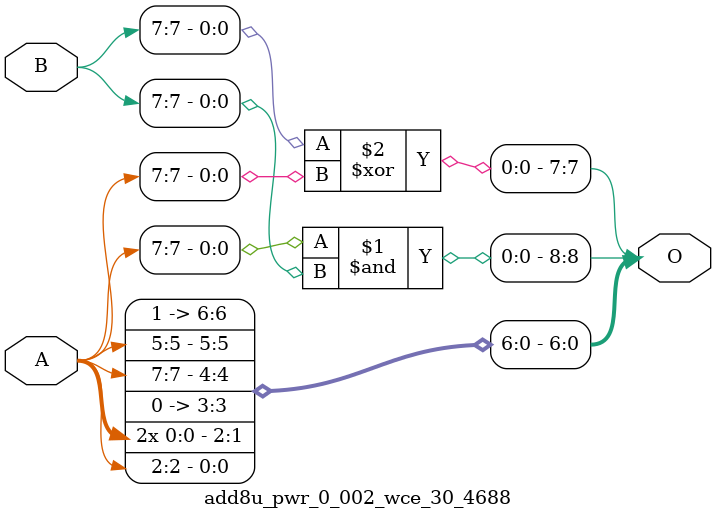
<source format=v>
/***
* This code is a part of EvoApproxLib library (ehw.fit.vutbr.cz/approxlib) distributed under The MIT License.
* When used, please cite the following article(s):  
* This file contains a circuit from a sub-set of pareto optimal circuits with respect to the pwr and wce parameters
***/

// bdd/bw_8/conf_core_1_mae_000052/run.00001.chr
module add8u_pwr_0_002_wce_30_4688(A, B, O);
  input [7:0] A, B;
  output [8:0] O;
  assign O[8] = A[7] & B[7];
  assign O[3] = 1'b0;
  assign O[7] = B[7] ^ A[7];
  assign O[6] = 1'b1;
  assign O[0] = A[2]; // default output
  assign O[1] = A[0]; // default output
  assign O[2] = A[0]; // default output
  assign O[4] = A[7]; // default output
  assign O[5] = A[5]; // default output
endmodule


// internal reference: cgp-add-bdd.08.add8u_pwr_0_002_wce_30_4688


</source>
